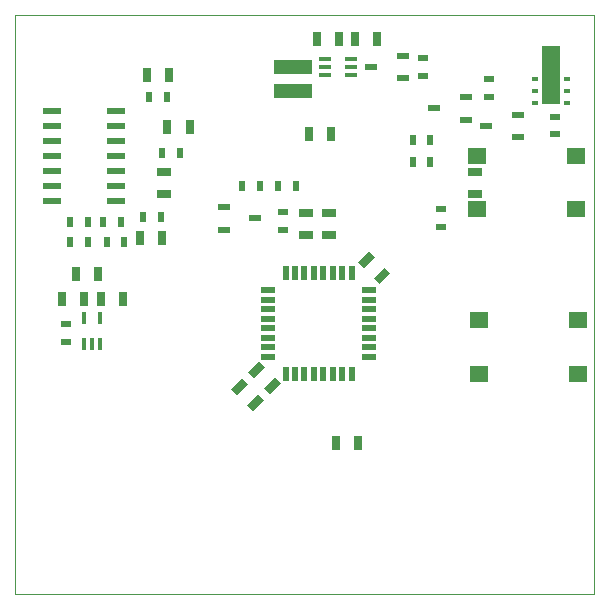
<source format=gbr>
G04 #@! TF.FileFunction,Paste,Top*
%FSLAX46Y46*%
G04 Gerber Fmt 4.6, Leading zero omitted, Abs format (unit mm)*
G04 Created by KiCad (PCBNEW 4.0.4+dfsg1-stable) date Tue Feb 14 21:55:06 2017*
%MOMM*%
%LPD*%
G01*
G04 APERTURE LIST*
%ADD10C,0.100000*%
%ADD11R,0.500000X1.200000*%
%ADD12R,1.200000X0.500000*%
%ADD13R,0.700000X1.300000*%
%ADD14R,0.500000X0.900000*%
%ADD15R,1.300000X0.700000*%
%ADD16R,1.000000X0.600000*%
%ADD17R,0.900000X0.500000*%
%ADD18R,1.600000X1.400000*%
%ADD19R,1.500000X0.600000*%
%ADD20R,0.400000X1.000000*%
%ADD21R,3.200000X1.200000*%
%ADD22R,1.000000X0.350000*%
%ADD23R,0.600000X0.400000*%
%ADD24R,1.500000X5.000000*%
G04 APERTURE END LIST*
D10*
X118400000Y-118300000D02*
X167400000Y-118300000D01*
X118400000Y-69300000D02*
X118400000Y-118300000D01*
X167400000Y-69300000D02*
X118400000Y-69300000D01*
X167400000Y-118300000D02*
X167400000Y-69300000D01*
D11*
X146900000Y-91150000D03*
X146100000Y-91150000D03*
X145300000Y-91150000D03*
X144500000Y-91150000D03*
X143700000Y-91150000D03*
X142900000Y-91150000D03*
X142100000Y-91150000D03*
X141300000Y-91150000D03*
D12*
X139850000Y-92600000D03*
X139850000Y-93400000D03*
X139850000Y-94200000D03*
X139850000Y-95000000D03*
X139850000Y-95800000D03*
X139850000Y-96600000D03*
X139850000Y-97400000D03*
X139850000Y-98200000D03*
D11*
X141300000Y-99650000D03*
X142100000Y-99650000D03*
X142900000Y-99650000D03*
X143700000Y-99650000D03*
X144500000Y-99650000D03*
X145300000Y-99650000D03*
X146100000Y-99650000D03*
X146900000Y-99650000D03*
D12*
X148350000Y-98200000D03*
X148350000Y-97400000D03*
X148350000Y-96600000D03*
X148350000Y-95800000D03*
X148350000Y-95000000D03*
X148350000Y-94200000D03*
X148350000Y-93400000D03*
X148350000Y-92600000D03*
D13*
X147450000Y-105500000D03*
X145550000Y-105500000D03*
D14*
X153550000Y-81700000D03*
X152050000Y-81700000D03*
D10*
G36*
X140878858Y-100459619D02*
X139959619Y-101378858D01*
X139464644Y-100883883D01*
X140383883Y-99964644D01*
X140878858Y-100459619D01*
X140878858Y-100459619D01*
G37*
G36*
X139535356Y-99116117D02*
X138616117Y-100035356D01*
X138121142Y-99540381D01*
X139040381Y-98621142D01*
X139535356Y-99116117D01*
X139535356Y-99116117D01*
G37*
G36*
X147421142Y-90240381D02*
X148340381Y-89321142D01*
X148835356Y-89816117D01*
X147916117Y-90735356D01*
X147421142Y-90240381D01*
X147421142Y-90240381D01*
G37*
G36*
X148764644Y-91583883D02*
X149683883Y-90664644D01*
X150178858Y-91159619D01*
X149259619Y-92078858D01*
X148764644Y-91583883D01*
X148764644Y-91583883D01*
G37*
G36*
X139478858Y-101859619D02*
X138559619Y-102778858D01*
X138064644Y-102283883D01*
X138983883Y-101364644D01*
X139478858Y-101859619D01*
X139478858Y-101859619D01*
G37*
G36*
X138135356Y-100516117D02*
X137216117Y-101435356D01*
X136721142Y-100940381D01*
X137640381Y-100021142D01*
X138135356Y-100516117D01*
X138135356Y-100516117D01*
G37*
D15*
X145000000Y-87950000D03*
X145000000Y-86050000D03*
X143000000Y-87950000D03*
X143000000Y-86050000D03*
X157300000Y-84450000D03*
X157300000Y-82550000D03*
D13*
X145150000Y-79400000D03*
X143250000Y-79400000D03*
X133200000Y-78750000D03*
X131300000Y-78750000D03*
X129550000Y-74400000D03*
X131450000Y-74400000D03*
X123550000Y-91200000D03*
X125450000Y-91200000D03*
D15*
X131000000Y-82550000D03*
X131000000Y-84450000D03*
D13*
X128950000Y-88200000D03*
X130850000Y-88200000D03*
X125650000Y-93300000D03*
X127550000Y-93300000D03*
X124250000Y-93300000D03*
X122350000Y-93300000D03*
X149050000Y-71300000D03*
X147150000Y-71300000D03*
X143950000Y-71300000D03*
X145850000Y-71300000D03*
D16*
X151250000Y-74650000D03*
X151250000Y-72750000D03*
X148550000Y-73700000D03*
D17*
X154500000Y-87250000D03*
X154500000Y-85750000D03*
D14*
X152050000Y-79900000D03*
X153550000Y-79900000D03*
X140650000Y-83800000D03*
X142150000Y-83800000D03*
X137650000Y-83800000D03*
X139150000Y-83800000D03*
X129750000Y-76250000D03*
X131250000Y-76250000D03*
X130850000Y-81000000D03*
X132350000Y-81000000D03*
X123050000Y-86800000D03*
X124550000Y-86800000D03*
X125850000Y-86800000D03*
X127350000Y-86800000D03*
X129250000Y-86400000D03*
X130750000Y-86400000D03*
D17*
X152900000Y-74450000D03*
X152900000Y-72950000D03*
X122700000Y-96950000D03*
X122700000Y-95450000D03*
D18*
X165900000Y-85750000D03*
X165900000Y-81250000D03*
X157500000Y-85750000D03*
X157500000Y-81250000D03*
D19*
X126950000Y-85060000D03*
X126950000Y-83790000D03*
X126950000Y-82520000D03*
X126950000Y-81250000D03*
X126950000Y-79980000D03*
X126950000Y-78710000D03*
X126950000Y-77440000D03*
X121550000Y-77440000D03*
X121550000Y-78710000D03*
X121550000Y-79980000D03*
X121550000Y-81250000D03*
X121550000Y-82520000D03*
X121550000Y-83790000D03*
X121550000Y-85060000D03*
D20*
X124250000Y-97100000D03*
X124900000Y-97100000D03*
X125550000Y-97100000D03*
X125550000Y-94900000D03*
X124250000Y-94900000D03*
D21*
X141900000Y-75740000D03*
X141900000Y-73660000D03*
D22*
X146800000Y-74350000D03*
X146800000Y-73700000D03*
X146800000Y-73050000D03*
X144600000Y-73050000D03*
X144600000Y-73700000D03*
X144600000Y-74350000D03*
D14*
X123050000Y-88500000D03*
X124550000Y-88500000D03*
X126150000Y-88500000D03*
X127650000Y-88500000D03*
D18*
X166100000Y-99650000D03*
X166100000Y-95150000D03*
X157700000Y-99650000D03*
X157700000Y-95150000D03*
D23*
X165100000Y-76700000D03*
X165100000Y-75700000D03*
X165100000Y-74700000D03*
X162400000Y-74700000D03*
X162400000Y-75700000D03*
X162400000Y-76700000D03*
D24*
X163750000Y-74400000D03*
D16*
X160950000Y-79650000D03*
X160950000Y-77750000D03*
X158250000Y-78700000D03*
X156550000Y-78150000D03*
X156550000Y-76250000D03*
X153850000Y-77200000D03*
D17*
X164100000Y-79400000D03*
X164100000Y-77900000D03*
X158500000Y-76200000D03*
X158500000Y-74700000D03*
D16*
X136050000Y-85550000D03*
X136050000Y-87450000D03*
X138750000Y-86500000D03*
D17*
X141100000Y-87450000D03*
X141100000Y-85950000D03*
M02*

</source>
